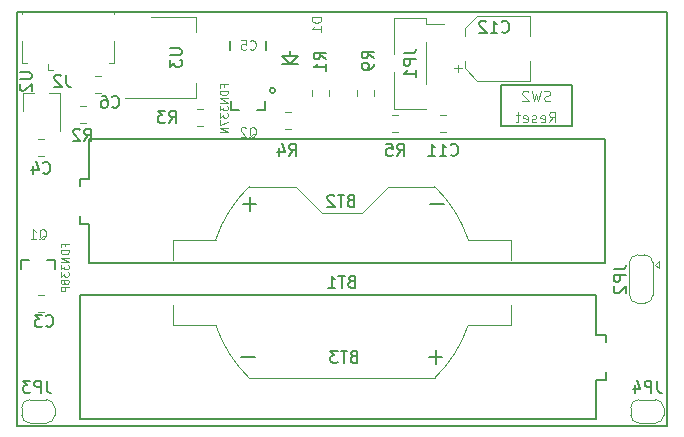
<source format=gbr>
%TF.GenerationSoftware,KiCad,Pcbnew,5.0.2-bee76a0~70~ubuntu18.04.1*%
%TF.CreationDate,2019-10-11T12:06:12+02:00*%
%TF.ProjectId,Mini-BT-Pcb-328P,4d696e69-2d42-4542-9d50-63622d333238,rev?*%
%TF.SameCoordinates,Original*%
%TF.FileFunction,Legend,Bot*%
%TF.FilePolarity,Positive*%
%FSLAX46Y46*%
G04 Gerber Fmt 4.6, Leading zero omitted, Abs format (unit mm)*
G04 Created by KiCad (PCBNEW 5.0.2-bee76a0~70~ubuntu18.04.1) date ven 11 ott 2019 12:06:12 CEST*
%MOMM*%
%LPD*%
G01*
G04 APERTURE LIST*
%ADD10C,0.150000*%
%ADD11C,0.120000*%
%ADD12C,0.127000*%
%ADD13C,0.203200*%
%ADD14C,0.050000*%
%ADD15C,0.100000*%
%ADD16C,0.200000*%
G04 APERTURE END LIST*
D10*
X132080000Y-108406000D02*
X132080000Y-73406000D01*
X187080000Y-108406000D02*
X132080000Y-108406000D01*
X187080000Y-73406000D02*
X187080000Y-108406000D01*
X132080000Y-73406000D02*
X187080000Y-73406000D01*
D11*
X184720000Y-106188000D02*
G75*
G03X184020000Y-106888000I0J-700000D01*
G01*
X184020000Y-107488000D02*
G75*
G03X184720000Y-108188000I700000J0D01*
G01*
X186120000Y-108188000D02*
G75*
G03X186820000Y-107488000I0J700000D01*
G01*
X186820000Y-106888000D02*
G75*
G03X186120000Y-106188000I-700000J0D01*
G01*
X186820000Y-107488000D02*
X186820000Y-106888000D01*
X184720000Y-108188000D02*
X186120000Y-108188000D01*
X184020000Y-106888000D02*
X184020000Y-107488000D01*
X186120000Y-106188000D02*
X184720000Y-106188000D01*
D12*
X179022000Y-79530000D02*
X179022000Y-83030000D01*
X179022000Y-83030000D02*
X173022000Y-83030000D01*
X173022000Y-83030000D02*
X173022000Y-79530000D01*
X173022000Y-79530000D02*
X179022000Y-79530000D01*
D11*
X175480000Y-73694000D02*
X175480000Y-75394000D01*
X175480000Y-79214000D02*
X175480000Y-77514000D01*
X171024437Y-79214000D02*
X175480000Y-79214000D01*
X171024437Y-73694000D02*
X175480000Y-73694000D01*
X169960000Y-74758437D02*
X169960000Y-75394000D01*
X169960000Y-78149563D02*
X169960000Y-77514000D01*
X169960000Y-78149563D02*
X171024437Y-79214000D01*
X169960000Y-74758437D02*
X171024437Y-73694000D01*
X169095000Y-78139000D02*
X169720000Y-78139000D01*
X169407500Y-78451500D02*
X169407500Y-77826500D01*
X133158000Y-106188000D02*
G75*
G03X132458000Y-106888000I0J-700000D01*
G01*
X132458000Y-107488000D02*
G75*
G03X133158000Y-108188000I700000J0D01*
G01*
X134558000Y-108188000D02*
G75*
G03X135258000Y-107488000I0J700000D01*
G01*
X135258000Y-106888000D02*
G75*
G03X134558000Y-106188000I-700000J0D01*
G01*
X135258000Y-107488000D02*
X135258000Y-106888000D01*
X133158000Y-108188000D02*
X134558000Y-108188000D01*
X132458000Y-106888000D02*
X132458000Y-107488000D01*
X134558000Y-106188000D02*
X133158000Y-106188000D01*
X186112000Y-94782000D02*
X186412000Y-95082000D01*
X186412000Y-94482000D02*
X186412000Y-95082000D01*
X186112000Y-94782000D02*
X186412000Y-94482000D01*
X185212000Y-93932000D02*
X184612000Y-93932000D01*
X185912000Y-97382000D02*
X185912000Y-94582000D01*
X184612000Y-98032000D02*
X185212000Y-98032000D01*
X183912000Y-94582000D02*
X183912000Y-97382000D01*
X183912000Y-97332000D02*
G75*
G03X184612000Y-98032000I700000J0D01*
G01*
X185212000Y-98032000D02*
G75*
G03X185912000Y-97332000I0J700000D01*
G01*
X185912000Y-94632000D02*
G75*
G03X185212000Y-93932000I-700000J0D01*
G01*
X184612000Y-93932000D02*
G75*
G03X183912000Y-94632000I0J-700000D01*
G01*
X151734630Y-88154211D02*
G75*
G03X148888000Y-92656000I7845370J-8111789D01*
G01*
X167425370Y-104377789D02*
G75*
G03X170272000Y-99876000I-7845370J8111789D01*
G01*
X167425370Y-88154211D02*
G75*
G02X170272000Y-92656000I-7845370J-8111789D01*
G01*
X151734630Y-104377789D02*
G75*
G02X148888000Y-99876000I7845370J8111789D01*
G01*
X145270000Y-94366000D02*
X145270000Y-92656000D01*
X148888000Y-92656000D02*
X145270000Y-92656000D01*
X155720000Y-88156000D02*
X151732700Y-88156000D01*
X157920000Y-90356000D02*
X155720000Y-88156000D01*
X161240000Y-90356000D02*
X157920000Y-90356000D01*
X161240000Y-90356000D02*
X163440000Y-88156000D01*
X167427300Y-88156000D02*
X163440000Y-88156000D01*
X173890000Y-94366000D02*
X173890000Y-92656000D01*
X173890000Y-92656000D02*
X170272000Y-92656000D01*
X170272000Y-99876000D02*
X173890000Y-99876000D01*
X173890000Y-98166000D02*
X173890000Y-99876000D01*
X151732700Y-104376000D02*
X167427300Y-104376000D01*
X145270000Y-98166000D02*
X145270000Y-99876000D01*
X145270000Y-99876000D02*
X148888000Y-99876000D01*
D12*
X153138000Y-76570000D02*
X153138000Y-75830000D01*
X150138000Y-76570000D02*
X150138000Y-75830000D01*
D11*
X134370578Y-98754000D02*
X133853422Y-98754000D01*
X134370578Y-97334000D02*
X133853422Y-97334000D01*
X138679422Y-80212000D02*
X139196578Y-80212000D01*
X138679422Y-78792000D02*
X139196578Y-78792000D01*
X133853422Y-84126000D02*
X134370578Y-84126000D01*
X133853422Y-85546000D02*
X134370578Y-85546000D01*
X168406578Y-82094000D02*
X167889422Y-82094000D01*
X168406578Y-83514000D02*
X167889422Y-83514000D01*
X166684000Y-73854000D02*
X164024000Y-73854000D01*
X166684000Y-81594000D02*
X164024000Y-81594000D01*
X164024000Y-73854000D02*
X164024000Y-76964000D01*
X166684000Y-74424000D02*
X168204000Y-74424000D01*
X166684000Y-73854000D02*
X166684000Y-74424000D01*
X164024000Y-81024000D02*
X164024000Y-81594000D01*
X164024000Y-78484000D02*
X164024000Y-81594000D01*
X166684000Y-75944000D02*
X166684000Y-79504000D01*
X132498000Y-77708500D02*
X132948000Y-77708500D01*
X132498000Y-75858500D02*
X132498000Y-77708500D01*
X140298000Y-73308500D02*
X140298000Y-73558500D01*
X132498000Y-73308500D02*
X132498000Y-73558500D01*
X140298000Y-75858500D02*
X140298000Y-77708500D01*
X140298000Y-77708500D02*
X139848000Y-77708500D01*
X134698000Y-78258500D02*
X135148000Y-78258500D01*
X134698000Y-78258500D02*
X134698000Y-77808500D01*
D13*
X150215600Y-80873600D02*
X150215600Y-81686400D01*
X150215600Y-81686400D02*
X150874400Y-81686400D01*
X153060400Y-81686400D02*
X153060400Y-80873600D01*
X152401600Y-81686400D02*
X153060400Y-81686400D01*
X135280400Y-95148400D02*
X135280400Y-94335600D01*
X135280400Y-94335600D02*
X134621600Y-94335600D01*
X132435600Y-94335600D02*
X132435600Y-95148400D01*
X133094400Y-94335600D02*
X132435600Y-94335600D01*
D11*
X147198000Y-73806000D02*
X147198000Y-75066000D01*
X147198000Y-80626000D02*
X147198000Y-79366000D01*
X143438000Y-73806000D02*
X147198000Y-73806000D01*
X141188000Y-80626000D02*
X147198000Y-80626000D01*
X132532000Y-80266000D02*
X133462000Y-80266000D01*
X135692000Y-80266000D02*
X134762000Y-80266000D01*
X135692000Y-80266000D02*
X135692000Y-83426000D01*
X132532000Y-80266000D02*
X132532000Y-81726000D01*
X158444000Y-80005422D02*
X158444000Y-80522578D01*
X157024000Y-80005422D02*
X157024000Y-80522578D01*
X160834000Y-80522578D02*
X160834000Y-80005422D01*
X162254000Y-80522578D02*
X162254000Y-80005422D01*
X137926578Y-81332000D02*
X137409422Y-81332000D01*
X137926578Y-82752000D02*
X137409422Y-82752000D01*
X147315422Y-81586000D02*
X147832578Y-81586000D01*
X147315422Y-83006000D02*
X147832578Y-83006000D01*
X154759922Y-83260000D02*
X155277078Y-83260000D01*
X154759922Y-81840000D02*
X155277078Y-81840000D01*
X164342578Y-82094000D02*
X163825422Y-82094000D01*
X164342578Y-83514000D02*
X163825422Y-83514000D01*
D10*
X181114000Y-97409000D02*
X181114000Y-100711000D01*
X181114000Y-107823000D02*
X181114000Y-104521000D01*
X181914000Y-100716000D02*
X181914000Y-101346000D01*
X181914000Y-104516000D02*
X181914000Y-103886000D01*
X181114000Y-100716000D02*
X181914000Y-100716000D01*
X181114000Y-104516000D02*
X181914000Y-104516000D01*
X137414000Y-107866000D02*
X181114000Y-107866000D01*
X137414000Y-97366000D02*
X181114000Y-97366000D01*
X137414000Y-107866000D02*
X137414000Y-97366000D01*
X138164000Y-94615000D02*
X138164000Y-91313000D01*
X138164000Y-84201000D02*
X138164000Y-87503000D01*
X137364000Y-91308000D02*
X137364000Y-90678000D01*
X137364000Y-87508000D02*
X137364000Y-88138000D01*
X138164000Y-91308000D02*
X137364000Y-91308000D01*
X138164000Y-87508000D02*
X137364000Y-87508000D01*
X181864000Y-84158000D02*
X138164000Y-84158000D01*
X181864000Y-94658000D02*
X138164000Y-94658000D01*
X181864000Y-84158000D02*
X181864000Y-94658000D01*
D12*
X153917610Y-80016000D02*
G75*
G03X153917610Y-80016000I-223610J0D01*
G01*
X154494000Y-77816000D02*
X155194000Y-77816000D01*
X155194000Y-77816000D02*
X155894000Y-77816000D01*
X155194000Y-77816000D02*
X154494000Y-77116000D01*
X155194000Y-77816000D02*
X155894000Y-77116000D01*
X155894000Y-77116000D02*
X155194000Y-77116000D01*
X155194000Y-77116000D02*
X154494000Y-77116000D01*
X155194000Y-77116000D02*
X155194000Y-76643000D01*
D10*
X186253333Y-104608380D02*
X186253333Y-105322666D01*
X186300952Y-105465523D01*
X186396190Y-105560761D01*
X186539047Y-105608380D01*
X186634285Y-105608380D01*
X185777142Y-105608380D02*
X185777142Y-104608380D01*
X185396190Y-104608380D01*
X185300952Y-104656000D01*
X185253333Y-104703619D01*
X185205714Y-104798857D01*
X185205714Y-104941714D01*
X185253333Y-105036952D01*
X185300952Y-105084571D01*
X185396190Y-105132190D01*
X185777142Y-105132190D01*
X184348571Y-104941714D02*
X184348571Y-105608380D01*
X184586666Y-104560761D02*
X184824761Y-105275047D01*
X184205714Y-105275047D01*
D14*
X177206566Y-80877600D02*
X177079648Y-80919906D01*
X176868119Y-80919906D01*
X176783507Y-80877600D01*
X176741201Y-80835294D01*
X176698895Y-80750682D01*
X176698895Y-80666070D01*
X176741201Y-80581458D01*
X176783507Y-80539152D01*
X176868119Y-80496847D01*
X177037342Y-80454541D01*
X177121954Y-80412235D01*
X177164260Y-80369929D01*
X177206566Y-80285317D01*
X177206566Y-80200705D01*
X177164260Y-80116093D01*
X177121954Y-80073787D01*
X177037342Y-80031481D01*
X176825813Y-80031481D01*
X176698895Y-80073787D01*
X176402753Y-80031481D02*
X176191223Y-80919906D01*
X176022000Y-80285317D01*
X175852776Y-80919906D01*
X175641246Y-80031481D01*
X175345104Y-80116093D02*
X175302798Y-80073787D01*
X175218186Y-80031481D01*
X175006657Y-80031481D01*
X174922045Y-80073787D01*
X174879739Y-80116093D01*
X174837433Y-80200705D01*
X174837433Y-80285317D01*
X174879739Y-80412235D01*
X175387410Y-80919906D01*
X174837433Y-80919906D01*
X177120922Y-82697529D02*
X177416785Y-82274866D01*
X177628117Y-82697529D02*
X177628117Y-81809938D01*
X177289987Y-81809938D01*
X177205454Y-81852204D01*
X177163188Y-81894470D01*
X177120922Y-81979003D01*
X177120922Y-82105801D01*
X177163188Y-82190334D01*
X177205454Y-82232600D01*
X177289987Y-82274866D01*
X177628117Y-82274866D01*
X176402396Y-82655263D02*
X176486928Y-82697529D01*
X176655993Y-82697529D01*
X176740526Y-82655263D01*
X176782792Y-82570730D01*
X176782792Y-82232600D01*
X176740526Y-82148068D01*
X176655993Y-82105801D01*
X176486928Y-82105801D01*
X176402396Y-82148068D01*
X176360129Y-82232600D01*
X176360129Y-82317133D01*
X176782792Y-82401665D01*
X176022000Y-82655263D02*
X175937467Y-82697529D01*
X175768402Y-82697529D01*
X175683870Y-82655263D01*
X175641603Y-82570730D01*
X175641603Y-82528464D01*
X175683870Y-82443931D01*
X175768402Y-82401665D01*
X175895201Y-82401665D01*
X175979733Y-82359399D01*
X176022000Y-82274866D01*
X176022000Y-82232600D01*
X175979733Y-82148068D01*
X175895201Y-82105801D01*
X175768402Y-82105801D01*
X175683870Y-82148068D01*
X174923077Y-82655263D02*
X175007610Y-82697529D01*
X175176675Y-82697529D01*
X175261207Y-82655263D01*
X175303473Y-82570730D01*
X175303473Y-82232600D01*
X175261207Y-82148068D01*
X175176675Y-82105801D01*
X175007610Y-82105801D01*
X174923077Y-82148068D01*
X174880811Y-82232600D01*
X174880811Y-82317133D01*
X175303473Y-82401665D01*
X174627214Y-82105801D02*
X174289084Y-82105801D01*
X174500415Y-81809938D02*
X174500415Y-82570730D01*
X174458149Y-82655263D01*
X174373616Y-82697529D01*
X174289084Y-82697529D01*
D10*
X173108857Y-75033142D02*
X173156476Y-75080761D01*
X173299333Y-75128380D01*
X173394571Y-75128380D01*
X173537428Y-75080761D01*
X173632666Y-74985523D01*
X173680285Y-74890285D01*
X173727904Y-74699809D01*
X173727904Y-74556952D01*
X173680285Y-74366476D01*
X173632666Y-74271238D01*
X173537428Y-74176000D01*
X173394571Y-74128380D01*
X173299333Y-74128380D01*
X173156476Y-74176000D01*
X173108857Y-74223619D01*
X172156476Y-75128380D02*
X172727904Y-75128380D01*
X172442190Y-75128380D02*
X172442190Y-74128380D01*
X172537428Y-74271238D01*
X172632666Y-74366476D01*
X172727904Y-74414095D01*
X171775523Y-74223619D02*
X171727904Y-74176000D01*
X171632666Y-74128380D01*
X171394571Y-74128380D01*
X171299333Y-74176000D01*
X171251714Y-74223619D01*
X171204095Y-74318857D01*
X171204095Y-74414095D01*
X171251714Y-74556952D01*
X171823142Y-75128380D01*
X171204095Y-75128380D01*
X134579333Y-104608380D02*
X134579333Y-105322666D01*
X134626952Y-105465523D01*
X134722190Y-105560761D01*
X134865047Y-105608380D01*
X134960285Y-105608380D01*
X134103142Y-105608380D02*
X134103142Y-104608380D01*
X133722190Y-104608380D01*
X133626952Y-104656000D01*
X133579333Y-104703619D01*
X133531714Y-104798857D01*
X133531714Y-104941714D01*
X133579333Y-105036952D01*
X133626952Y-105084571D01*
X133722190Y-105132190D01*
X134103142Y-105132190D01*
X133198380Y-104608380D02*
X132579333Y-104608380D01*
X132912666Y-104989333D01*
X132769809Y-104989333D01*
X132674571Y-105036952D01*
X132626952Y-105084571D01*
X132579333Y-105179809D01*
X132579333Y-105417904D01*
X132626952Y-105513142D01*
X132674571Y-105560761D01*
X132769809Y-105608380D01*
X133055523Y-105608380D01*
X133150761Y-105560761D01*
X133198380Y-105513142D01*
X182586380Y-95178666D02*
X183300666Y-95178666D01*
X183443523Y-95131047D01*
X183538761Y-95035809D01*
X183586380Y-94892952D01*
X183586380Y-94797714D01*
X183586380Y-95654857D02*
X182586380Y-95654857D01*
X182586380Y-96035809D01*
X182634000Y-96131047D01*
X182681619Y-96178666D01*
X182776857Y-96226285D01*
X182919714Y-96226285D01*
X183014952Y-96178666D01*
X183062571Y-96131047D01*
X183110190Y-96035809D01*
X183110190Y-95654857D01*
X182681619Y-96607238D02*
X182634000Y-96654857D01*
X182586380Y-96750095D01*
X182586380Y-96988190D01*
X182634000Y-97083428D01*
X182681619Y-97131047D01*
X182776857Y-97178666D01*
X182872095Y-97178666D01*
X183014952Y-97131047D01*
X183586380Y-96559619D01*
X183586380Y-97178666D01*
X160365714Y-96194571D02*
X160222857Y-96242190D01*
X160175238Y-96289809D01*
X160127619Y-96385047D01*
X160127619Y-96527904D01*
X160175238Y-96623142D01*
X160222857Y-96670761D01*
X160318095Y-96718380D01*
X160699047Y-96718380D01*
X160699047Y-95718380D01*
X160365714Y-95718380D01*
X160270476Y-95766000D01*
X160222857Y-95813619D01*
X160175238Y-95908857D01*
X160175238Y-96004095D01*
X160222857Y-96099333D01*
X160270476Y-96146952D01*
X160365714Y-96194571D01*
X160699047Y-96194571D01*
X159841904Y-95718380D02*
X159270476Y-95718380D01*
X159556190Y-96718380D02*
X159556190Y-95718380D01*
X158413333Y-96718380D02*
X158984761Y-96718380D01*
X158699047Y-96718380D02*
X158699047Y-95718380D01*
X158794285Y-95861238D01*
X158889523Y-95956476D01*
X158984761Y-96004095D01*
D15*
X151771333Y-76485714D02*
X151809428Y-76523809D01*
X151923714Y-76561904D01*
X151999904Y-76561904D01*
X152114190Y-76523809D01*
X152190380Y-76447619D01*
X152228476Y-76371428D01*
X152266571Y-76219047D01*
X152266571Y-76104761D01*
X152228476Y-75952380D01*
X152190380Y-75876190D01*
X152114190Y-75800000D01*
X151999904Y-75761904D01*
X151923714Y-75761904D01*
X151809428Y-75800000D01*
X151771333Y-75838095D01*
X151047523Y-75761904D02*
X151428476Y-75761904D01*
X151466571Y-76142857D01*
X151428476Y-76104761D01*
X151352285Y-76066666D01*
X151161809Y-76066666D01*
X151085619Y-76104761D01*
X151047523Y-76142857D01*
X151009428Y-76219047D01*
X151009428Y-76409523D01*
X151047523Y-76485714D01*
X151085619Y-76523809D01*
X151161809Y-76561904D01*
X151352285Y-76561904D01*
X151428476Y-76523809D01*
X151466571Y-76485714D01*
D10*
X134532666Y-99925142D02*
X134580285Y-99972761D01*
X134723142Y-100020380D01*
X134818380Y-100020380D01*
X134961238Y-99972761D01*
X135056476Y-99877523D01*
X135104095Y-99782285D01*
X135151714Y-99591809D01*
X135151714Y-99448952D01*
X135104095Y-99258476D01*
X135056476Y-99163238D01*
X134961238Y-99068000D01*
X134818380Y-99020380D01*
X134723142Y-99020380D01*
X134580285Y-99068000D01*
X134532666Y-99115619D01*
X134199333Y-99020380D02*
X133580285Y-99020380D01*
X133913619Y-99401333D01*
X133770761Y-99401333D01*
X133675523Y-99448952D01*
X133627904Y-99496571D01*
X133580285Y-99591809D01*
X133580285Y-99829904D01*
X133627904Y-99925142D01*
X133675523Y-99972761D01*
X133770761Y-100020380D01*
X134056476Y-100020380D01*
X134151714Y-99972761D01*
X134199333Y-99925142D01*
X140120666Y-81383142D02*
X140168285Y-81430761D01*
X140311142Y-81478380D01*
X140406380Y-81478380D01*
X140549238Y-81430761D01*
X140644476Y-81335523D01*
X140692095Y-81240285D01*
X140739714Y-81049809D01*
X140739714Y-80906952D01*
X140692095Y-80716476D01*
X140644476Y-80621238D01*
X140549238Y-80526000D01*
X140406380Y-80478380D01*
X140311142Y-80478380D01*
X140168285Y-80526000D01*
X140120666Y-80573619D01*
X139263523Y-80478380D02*
X139454000Y-80478380D01*
X139549238Y-80526000D01*
X139596857Y-80573619D01*
X139692095Y-80716476D01*
X139739714Y-80906952D01*
X139739714Y-81287904D01*
X139692095Y-81383142D01*
X139644476Y-81430761D01*
X139549238Y-81478380D01*
X139358761Y-81478380D01*
X139263523Y-81430761D01*
X139215904Y-81383142D01*
X139168285Y-81287904D01*
X139168285Y-81049809D01*
X139215904Y-80954571D01*
X139263523Y-80906952D01*
X139358761Y-80859333D01*
X139549238Y-80859333D01*
X139644476Y-80906952D01*
X139692095Y-80954571D01*
X139739714Y-81049809D01*
X134278666Y-86971142D02*
X134326285Y-87018761D01*
X134469142Y-87066380D01*
X134564380Y-87066380D01*
X134707238Y-87018761D01*
X134802476Y-86923523D01*
X134850095Y-86828285D01*
X134897714Y-86637809D01*
X134897714Y-86494952D01*
X134850095Y-86304476D01*
X134802476Y-86209238D01*
X134707238Y-86114000D01*
X134564380Y-86066380D01*
X134469142Y-86066380D01*
X134326285Y-86114000D01*
X134278666Y-86161619D01*
X133421523Y-86399714D02*
X133421523Y-87066380D01*
X133659619Y-86018761D02*
X133897714Y-86733047D01*
X133278666Y-86733047D01*
X168790857Y-85447142D02*
X168838476Y-85494761D01*
X168981333Y-85542380D01*
X169076571Y-85542380D01*
X169219428Y-85494761D01*
X169314666Y-85399523D01*
X169362285Y-85304285D01*
X169409904Y-85113809D01*
X169409904Y-84970952D01*
X169362285Y-84780476D01*
X169314666Y-84685238D01*
X169219428Y-84590000D01*
X169076571Y-84542380D01*
X168981333Y-84542380D01*
X168838476Y-84590000D01*
X168790857Y-84637619D01*
X167838476Y-85542380D02*
X168409904Y-85542380D01*
X168124190Y-85542380D02*
X168124190Y-84542380D01*
X168219428Y-84685238D01*
X168314666Y-84780476D01*
X168409904Y-84828095D01*
X166886095Y-85542380D02*
X167457523Y-85542380D01*
X167171809Y-85542380D02*
X167171809Y-84542380D01*
X167267047Y-84685238D01*
X167362285Y-84780476D01*
X167457523Y-84828095D01*
X164806380Y-76890666D02*
X165520666Y-76890666D01*
X165663523Y-76843047D01*
X165758761Y-76747809D01*
X165806380Y-76604952D01*
X165806380Y-76509714D01*
X165806380Y-77366857D02*
X164806380Y-77366857D01*
X164806380Y-77747809D01*
X164854000Y-77843047D01*
X164901619Y-77890666D01*
X164996857Y-77938285D01*
X165139714Y-77938285D01*
X165234952Y-77890666D01*
X165282571Y-77843047D01*
X165330190Y-77747809D01*
X165330190Y-77366857D01*
X165806380Y-78890666D02*
X165806380Y-78319238D01*
X165806380Y-78604952D02*
X164806380Y-78604952D01*
X164949238Y-78509714D01*
X165044476Y-78414476D01*
X165092095Y-78319238D01*
X136223333Y-78700380D02*
X136223333Y-79414666D01*
X136270952Y-79557523D01*
X136366190Y-79652761D01*
X136509047Y-79700380D01*
X136604285Y-79700380D01*
X135794761Y-78795619D02*
X135747142Y-78748000D01*
X135651904Y-78700380D01*
X135413809Y-78700380D01*
X135318571Y-78748000D01*
X135270952Y-78795619D01*
X135223333Y-78890857D01*
X135223333Y-78986095D01*
X135270952Y-79128952D01*
X135842380Y-79700380D01*
X135223333Y-79700380D01*
D14*
X151714219Y-84004263D02*
X151790439Y-83966153D01*
X151866659Y-83889933D01*
X151980988Y-83775604D01*
X152057208Y-83737494D01*
X152133428Y-83737494D01*
X152095318Y-83928043D02*
X152171538Y-83889933D01*
X152247757Y-83813714D01*
X152285867Y-83661274D01*
X152285867Y-83394505D01*
X152247757Y-83242066D01*
X152171538Y-83165846D01*
X152095318Y-83127736D01*
X151942878Y-83127736D01*
X151866659Y-83165846D01*
X151790439Y-83242066D01*
X151752329Y-83394505D01*
X151752329Y-83661274D01*
X151790439Y-83813714D01*
X151866659Y-83889933D01*
X151942878Y-83928043D01*
X152095318Y-83928043D01*
X151447450Y-83203956D02*
X151409340Y-83165846D01*
X151333121Y-83127736D01*
X151142571Y-83127736D01*
X151066352Y-83165846D01*
X151028242Y-83203956D01*
X150990132Y-83280176D01*
X150990132Y-83356395D01*
X151028242Y-83470725D01*
X151485560Y-83928043D01*
X150990132Y-83928043D01*
X149560219Y-79718045D02*
X149560219Y-79504404D01*
X149895942Y-79504404D02*
X149255017Y-79504404D01*
X149255017Y-79809606D01*
X149895942Y-80053768D02*
X149255017Y-80053768D01*
X149255017Y-80206369D01*
X149285537Y-80297930D01*
X149346577Y-80358970D01*
X149407618Y-80389491D01*
X149529699Y-80420011D01*
X149621260Y-80420011D01*
X149743341Y-80389491D01*
X149804381Y-80358970D01*
X149865422Y-80297930D01*
X149895942Y-80206369D01*
X149895942Y-80053768D01*
X149895942Y-80694693D02*
X149255017Y-80694693D01*
X149895942Y-81060936D01*
X149255017Y-81060936D01*
X149255017Y-81305098D02*
X149255017Y-81701861D01*
X149499179Y-81488219D01*
X149499179Y-81579780D01*
X149529699Y-81640820D01*
X149560219Y-81671341D01*
X149621260Y-81701861D01*
X149773861Y-81701861D01*
X149834901Y-81671341D01*
X149865422Y-81640820D01*
X149895942Y-81579780D01*
X149895942Y-81396658D01*
X149865422Y-81335618D01*
X149834901Y-81305098D01*
X149255017Y-81915502D02*
X149255017Y-82312266D01*
X149499179Y-82098624D01*
X149499179Y-82190185D01*
X149529699Y-82251225D01*
X149560219Y-82281745D01*
X149621260Y-82312266D01*
X149773861Y-82312266D01*
X149834901Y-82281745D01*
X149865422Y-82251225D01*
X149895942Y-82190185D01*
X149895942Y-82007063D01*
X149865422Y-81946023D01*
X149834901Y-81915502D01*
X149255017Y-82525907D02*
X149255017Y-82953191D01*
X149895942Y-82678508D01*
X149895942Y-83197352D02*
X149255017Y-83197352D01*
X149895942Y-83563595D01*
X149255017Y-83563595D01*
X133934192Y-92640108D02*
X134010385Y-92602012D01*
X134086578Y-92525819D01*
X134200867Y-92411530D01*
X134277060Y-92373433D01*
X134353252Y-92373433D01*
X134315156Y-92563915D02*
X134391349Y-92525819D01*
X134467542Y-92449626D01*
X134505638Y-92297240D01*
X134505638Y-92030566D01*
X134467542Y-91878180D01*
X134391349Y-91801988D01*
X134315156Y-91763891D01*
X134162771Y-91763891D01*
X134086578Y-91801988D01*
X134010385Y-91878180D01*
X133972289Y-92030566D01*
X133972289Y-92297240D01*
X134010385Y-92449626D01*
X134086578Y-92525819D01*
X134162771Y-92563915D01*
X134315156Y-92563915D01*
X133210361Y-92563915D02*
X133667518Y-92563915D01*
X133438939Y-92563915D02*
X133438939Y-91763891D01*
X133515132Y-91878180D01*
X133591325Y-91954373D01*
X133667518Y-91992469D01*
X136098201Y-93194589D02*
X136098201Y-92980862D01*
X136434057Y-92980862D02*
X135792877Y-92980862D01*
X135792877Y-93286186D01*
X136434057Y-93530445D02*
X135792877Y-93530445D01*
X135792877Y-93683107D01*
X135823410Y-93774704D01*
X135884474Y-93835769D01*
X135945539Y-93866301D01*
X136067669Y-93896834D01*
X136159266Y-93896834D01*
X136281395Y-93866301D01*
X136342460Y-93835769D01*
X136403525Y-93774704D01*
X136434057Y-93683107D01*
X136434057Y-93530445D01*
X136434057Y-94171625D02*
X135792877Y-94171625D01*
X136434057Y-94538014D01*
X135792877Y-94538014D01*
X135792877Y-94782273D02*
X135792877Y-95179194D01*
X136037136Y-94965467D01*
X136037136Y-95057064D01*
X136067669Y-95118129D01*
X136098201Y-95148661D01*
X136159266Y-95179194D01*
X136311928Y-95179194D01*
X136372992Y-95148661D01*
X136403525Y-95118129D01*
X136434057Y-95057064D01*
X136434057Y-94873870D01*
X136403525Y-94812805D01*
X136372992Y-94782273D01*
X135792877Y-95392920D02*
X135792877Y-95789841D01*
X136037136Y-95576115D01*
X136037136Y-95667712D01*
X136067669Y-95728777D01*
X136098201Y-95759309D01*
X136159266Y-95789841D01*
X136311928Y-95789841D01*
X136372992Y-95759309D01*
X136403525Y-95728777D01*
X136434057Y-95667712D01*
X136434057Y-95484518D01*
X136403525Y-95423453D01*
X136372992Y-95392920D01*
X136067669Y-96156230D02*
X136037136Y-96095165D01*
X136006604Y-96064633D01*
X135945539Y-96034100D01*
X135915007Y-96034100D01*
X135853942Y-96064633D01*
X135823410Y-96095165D01*
X135792877Y-96156230D01*
X135792877Y-96278360D01*
X135823410Y-96339424D01*
X135853942Y-96369957D01*
X135915007Y-96400489D01*
X135945539Y-96400489D01*
X136006604Y-96369957D01*
X136037136Y-96339424D01*
X136067669Y-96278360D01*
X136067669Y-96156230D01*
X136098201Y-96095165D01*
X136128733Y-96064633D01*
X136189798Y-96034100D01*
X136311928Y-96034100D01*
X136372992Y-96064633D01*
X136403525Y-96095165D01*
X136434057Y-96156230D01*
X136434057Y-96278360D01*
X136403525Y-96339424D01*
X136372992Y-96369957D01*
X136311928Y-96400489D01*
X136189798Y-96400489D01*
X136128733Y-96369957D01*
X136098201Y-96339424D01*
X136067669Y-96278360D01*
X136434057Y-96675280D02*
X135792877Y-96675280D01*
X135792877Y-96919540D01*
X135823410Y-96980604D01*
X135853942Y-97011137D01*
X135915007Y-97041669D01*
X136006604Y-97041669D01*
X136067669Y-97011137D01*
X136098201Y-96980604D01*
X136128733Y-96919540D01*
X136128733Y-96675280D01*
D10*
X144994380Y-76454095D02*
X145803904Y-76454095D01*
X145899142Y-76501714D01*
X145946761Y-76549333D01*
X145994380Y-76644571D01*
X145994380Y-76835047D01*
X145946761Y-76930285D01*
X145899142Y-76977904D01*
X145803904Y-77025523D01*
X144994380Y-77025523D01*
X144994380Y-77406476D02*
X144994380Y-78025523D01*
X145375333Y-77692190D01*
X145375333Y-77835047D01*
X145422952Y-77930285D01*
X145470571Y-77977904D01*
X145565809Y-78025523D01*
X145803904Y-78025523D01*
X145899142Y-77977904D01*
X145946761Y-77930285D01*
X145994380Y-77835047D01*
X145994380Y-77549333D01*
X145946761Y-77454095D01*
X145899142Y-77406476D01*
X132294380Y-78486095D02*
X133103904Y-78486095D01*
X133199142Y-78533714D01*
X133246761Y-78581333D01*
X133294380Y-78676571D01*
X133294380Y-78867047D01*
X133246761Y-78962285D01*
X133199142Y-79009904D01*
X133103904Y-79057523D01*
X132294380Y-79057523D01*
X132389619Y-79486095D02*
X132342000Y-79533714D01*
X132294380Y-79628952D01*
X132294380Y-79867047D01*
X132342000Y-79962285D01*
X132389619Y-80009904D01*
X132484857Y-80057523D01*
X132580095Y-80057523D01*
X132722952Y-80009904D01*
X133294380Y-79438476D01*
X133294380Y-80057523D01*
X158186380Y-77381833D02*
X157710190Y-77048500D01*
X158186380Y-76810404D02*
X157186380Y-76810404D01*
X157186380Y-77191357D01*
X157234000Y-77286595D01*
X157281619Y-77334214D01*
X157376857Y-77381833D01*
X157519714Y-77381833D01*
X157614952Y-77334214D01*
X157662571Y-77286595D01*
X157710190Y-77191357D01*
X157710190Y-76810404D01*
X158186380Y-78334214D02*
X158186380Y-77762785D01*
X158186380Y-78048500D02*
X157186380Y-78048500D01*
X157329238Y-77953261D01*
X157424476Y-77858023D01*
X157472095Y-77762785D01*
X162250380Y-77303333D02*
X161774190Y-76970000D01*
X162250380Y-76731904D02*
X161250380Y-76731904D01*
X161250380Y-77112857D01*
X161298000Y-77208095D01*
X161345619Y-77255714D01*
X161440857Y-77303333D01*
X161583714Y-77303333D01*
X161678952Y-77255714D01*
X161726571Y-77208095D01*
X161774190Y-77112857D01*
X161774190Y-76731904D01*
X162250380Y-77779523D02*
X162250380Y-77970000D01*
X162202761Y-78065238D01*
X162155142Y-78112857D01*
X162012285Y-78208095D01*
X161821809Y-78255714D01*
X161440857Y-78255714D01*
X161345619Y-78208095D01*
X161298000Y-78160476D01*
X161250380Y-78065238D01*
X161250380Y-77874761D01*
X161298000Y-77779523D01*
X161345619Y-77731904D01*
X161440857Y-77684285D01*
X161678952Y-77684285D01*
X161774190Y-77731904D01*
X161821809Y-77779523D01*
X161869428Y-77874761D01*
X161869428Y-78065238D01*
X161821809Y-78160476D01*
X161774190Y-78208095D01*
X161678952Y-78255714D01*
X137756166Y-84272380D02*
X138089500Y-83796190D01*
X138327595Y-84272380D02*
X138327595Y-83272380D01*
X137946642Y-83272380D01*
X137851404Y-83320000D01*
X137803785Y-83367619D01*
X137756166Y-83462857D01*
X137756166Y-83605714D01*
X137803785Y-83700952D01*
X137851404Y-83748571D01*
X137946642Y-83796190D01*
X138327595Y-83796190D01*
X137375214Y-83367619D02*
X137327595Y-83320000D01*
X137232357Y-83272380D01*
X136994261Y-83272380D01*
X136899023Y-83320000D01*
X136851404Y-83367619D01*
X136803785Y-83462857D01*
X136803785Y-83558095D01*
X136851404Y-83700952D01*
X137422833Y-84272380D01*
X136803785Y-84272380D01*
X144946666Y-82748380D02*
X145280000Y-82272190D01*
X145518095Y-82748380D02*
X145518095Y-81748380D01*
X145137142Y-81748380D01*
X145041904Y-81796000D01*
X144994285Y-81843619D01*
X144946666Y-81938857D01*
X144946666Y-82081714D01*
X144994285Y-82176952D01*
X145041904Y-82224571D01*
X145137142Y-82272190D01*
X145518095Y-82272190D01*
X144613333Y-81748380D02*
X143994285Y-81748380D01*
X144327619Y-82129333D01*
X144184761Y-82129333D01*
X144089523Y-82176952D01*
X144041904Y-82224571D01*
X143994285Y-82319809D01*
X143994285Y-82557904D01*
X144041904Y-82653142D01*
X144089523Y-82700761D01*
X144184761Y-82748380D01*
X144470476Y-82748380D01*
X144565714Y-82700761D01*
X144613333Y-82653142D01*
X155106666Y-85542380D02*
X155440000Y-85066190D01*
X155678095Y-85542380D02*
X155678095Y-84542380D01*
X155297142Y-84542380D01*
X155201904Y-84590000D01*
X155154285Y-84637619D01*
X155106666Y-84732857D01*
X155106666Y-84875714D01*
X155154285Y-84970952D01*
X155201904Y-85018571D01*
X155297142Y-85066190D01*
X155678095Y-85066190D01*
X154249523Y-84875714D02*
X154249523Y-85542380D01*
X154487619Y-84494761D02*
X154725714Y-85209047D01*
X154106666Y-85209047D01*
X164250666Y-85542380D02*
X164584000Y-85066190D01*
X164822095Y-85542380D02*
X164822095Y-84542380D01*
X164441142Y-84542380D01*
X164345904Y-84590000D01*
X164298285Y-84637619D01*
X164250666Y-84732857D01*
X164250666Y-84875714D01*
X164298285Y-84970952D01*
X164345904Y-85018571D01*
X164441142Y-85066190D01*
X164822095Y-85066190D01*
X163345904Y-84542380D02*
X163822095Y-84542380D01*
X163869714Y-85018571D01*
X163822095Y-84970952D01*
X163726857Y-84923333D01*
X163488761Y-84923333D01*
X163393523Y-84970952D01*
X163345904Y-85018571D01*
X163298285Y-85113809D01*
X163298285Y-85351904D01*
X163345904Y-85447142D01*
X163393523Y-85494761D01*
X163488761Y-85542380D01*
X163726857Y-85542380D01*
X163822095Y-85494761D01*
X163869714Y-85447142D01*
X160551714Y-102544571D02*
X160408857Y-102592190D01*
X160361238Y-102639809D01*
X160313619Y-102735047D01*
X160313619Y-102877904D01*
X160361238Y-102973142D01*
X160408857Y-103020761D01*
X160504095Y-103068380D01*
X160885047Y-103068380D01*
X160885047Y-102068380D01*
X160551714Y-102068380D01*
X160456476Y-102116000D01*
X160408857Y-102163619D01*
X160361238Y-102258857D01*
X160361238Y-102354095D01*
X160408857Y-102449333D01*
X160456476Y-102496952D01*
X160551714Y-102544571D01*
X160885047Y-102544571D01*
X160027904Y-102068380D02*
X159456476Y-102068380D01*
X159742190Y-103068380D02*
X159742190Y-102068380D01*
X159218380Y-102068380D02*
X158599333Y-102068380D01*
X158932666Y-102449333D01*
X158789809Y-102449333D01*
X158694571Y-102496952D01*
X158646952Y-102544571D01*
X158599333Y-102639809D01*
X158599333Y-102877904D01*
X158646952Y-102973142D01*
X158694571Y-103020761D01*
X158789809Y-103068380D01*
X159075523Y-103068380D01*
X159170761Y-103020761D01*
X159218380Y-102973142D01*
D16*
X152209428Y-102596142D02*
X151066571Y-102596142D01*
X168084428Y-102596142D02*
X166941571Y-102596142D01*
X167513000Y-103167571D02*
X167513000Y-102024714D01*
D10*
X160297714Y-89336571D02*
X160154857Y-89384190D01*
X160107238Y-89431809D01*
X160059619Y-89527047D01*
X160059619Y-89669904D01*
X160107238Y-89765142D01*
X160154857Y-89812761D01*
X160250095Y-89860380D01*
X160631047Y-89860380D01*
X160631047Y-88860380D01*
X160297714Y-88860380D01*
X160202476Y-88908000D01*
X160154857Y-88955619D01*
X160107238Y-89050857D01*
X160107238Y-89146095D01*
X160154857Y-89241333D01*
X160202476Y-89288952D01*
X160297714Y-89336571D01*
X160631047Y-89336571D01*
X159773904Y-88860380D02*
X159202476Y-88860380D01*
X159488190Y-89860380D02*
X159488190Y-88860380D01*
X158916761Y-88955619D02*
X158869142Y-88908000D01*
X158773904Y-88860380D01*
X158535809Y-88860380D01*
X158440571Y-88908000D01*
X158392952Y-88955619D01*
X158345333Y-89050857D01*
X158345333Y-89146095D01*
X158392952Y-89288952D01*
X158964380Y-89860380D01*
X158345333Y-89860380D01*
D16*
X168211428Y-89642142D02*
X167068571Y-89642142D01*
X152336428Y-89642142D02*
X151193571Y-89642142D01*
X151765000Y-90213571D02*
X151765000Y-89070714D01*
D15*
X157841904Y-73831523D02*
X157041904Y-73831523D01*
X157041904Y-74022000D01*
X157080000Y-74136285D01*
X157156190Y-74212476D01*
X157232380Y-74250571D01*
X157384761Y-74288666D01*
X157499047Y-74288666D01*
X157651428Y-74250571D01*
X157727619Y-74212476D01*
X157803809Y-74136285D01*
X157841904Y-74022000D01*
X157841904Y-73831523D01*
X157841904Y-75050571D02*
X157841904Y-74593428D01*
X157841904Y-74822000D02*
X157041904Y-74822000D01*
X157156190Y-74745809D01*
X157232380Y-74669619D01*
X157270476Y-74593428D01*
M02*

</source>
